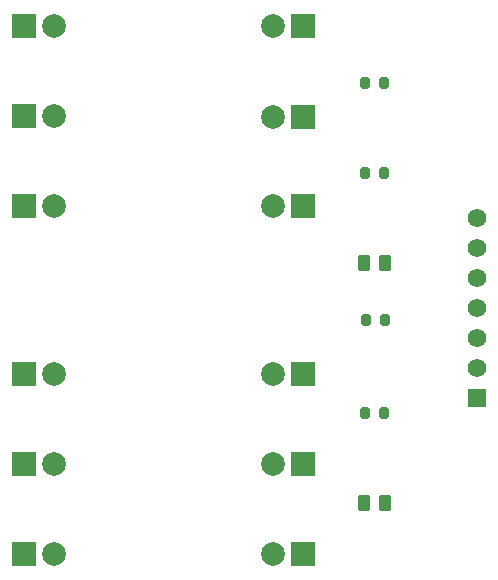
<source format=gts>
%TF.GenerationSoftware,KiCad,Pcbnew,8.0.2*%
%TF.CreationDate,2024-05-24T11:04:59-04:00*%
%TF.ProjectId,Traffic_Light_PCBv02,54726166-6669-4635-9f4c-696768745f50,v02*%
%TF.SameCoordinates,Original*%
%TF.FileFunction,Soldermask,Top*%
%TF.FilePolarity,Negative*%
%FSLAX46Y46*%
G04 Gerber Fmt 4.6, Leading zero omitted, Abs format (unit mm)*
G04 Created by KiCad (PCBNEW 8.0.2) date 2024-05-24 11:04:59*
%MOMM*%
%LPD*%
G01*
G04 APERTURE LIST*
G04 Aperture macros list*
%AMRoundRect*
0 Rectangle with rounded corners*
0 $1 Rounding radius*
0 $2 $3 $4 $5 $6 $7 $8 $9 X,Y pos of 4 corners*
0 Add a 4 corners polygon primitive as box body*
4,1,4,$2,$3,$4,$5,$6,$7,$8,$9,$2,$3,0*
0 Add four circle primitives for the rounded corners*
1,1,$1+$1,$2,$3*
1,1,$1+$1,$4,$5*
1,1,$1+$1,$6,$7*
1,1,$1+$1,$8,$9*
0 Add four rect primitives between the rounded corners*
20,1,$1+$1,$2,$3,$4,$5,0*
20,1,$1+$1,$4,$5,$6,$7,0*
20,1,$1+$1,$6,$7,$8,$9,0*
20,1,$1+$1,$8,$9,$2,$3,0*%
G04 Aperture macros list end*
%ADD10R,2.000000X2.000000*%
%ADD11C,2.000000*%
%ADD12RoundRect,0.200000X0.200000X0.275000X-0.200000X0.275000X-0.200000X-0.275000X0.200000X-0.275000X0*%
%ADD13RoundRect,0.250000X0.262500X0.450000X-0.262500X0.450000X-0.262500X-0.450000X0.262500X-0.450000X0*%
%ADD14R,1.574800X1.574800*%
%ADD15C,1.574800*%
G04 APERTURE END LIST*
D10*
%TO.C,D3*%
X119888000Y-83312000D03*
D11*
X122428000Y-83312000D03*
%TD*%
D12*
%TO.C,R2*%
X150431000Y-80518000D03*
X148781000Y-80518000D03*
%TD*%
D10*
%TO.C,D5*%
X143510000Y-75722000D03*
D11*
X140970000Y-75722000D03*
%TD*%
D10*
%TO.C,D6*%
X143510000Y-83312000D03*
D11*
X140970000Y-83312000D03*
%TD*%
D10*
%TO.C,D10*%
X143510000Y-97536000D03*
D11*
X140970000Y-97536000D03*
%TD*%
D10*
%TO.C,D4*%
X143510000Y-68072000D03*
D11*
X140970000Y-68072000D03*
%TD*%
D13*
%TO.C,R3*%
X150518500Y-88138000D03*
X148693500Y-88138000D03*
%TD*%
%TO.C,R6*%
X150518500Y-108458000D03*
X148693500Y-108458000D03*
%TD*%
D10*
%TO.C,D2*%
X119888000Y-75692000D03*
D11*
X122428000Y-75692000D03*
%TD*%
D12*
%TO.C,R4*%
X150494000Y-92964000D03*
X148844000Y-92964000D03*
%TD*%
D10*
%TO.C,D9*%
X119888000Y-112776000D03*
D11*
X122428000Y-112776000D03*
%TD*%
D10*
%TO.C,D12*%
X143510000Y-112776000D03*
D11*
X140970000Y-112776000D03*
%TD*%
D10*
%TO.C,D11*%
X143510000Y-105156000D03*
D11*
X140970000Y-105156000D03*
%TD*%
D10*
%TO.C,D1*%
X119888000Y-68012000D03*
D11*
X122428000Y-68012000D03*
%TD*%
D12*
%TO.C,R1*%
X150431000Y-72898000D03*
X148781000Y-72898000D03*
%TD*%
D10*
%TO.C,D7*%
X119888000Y-97536000D03*
D11*
X122428000Y-97536000D03*
%TD*%
D10*
%TO.C,D8*%
X119888000Y-105156000D03*
D11*
X122428000Y-105156000D03*
%TD*%
D14*
%TO.C,J1*%
X158242000Y-99568000D03*
D15*
X158242000Y-97028000D03*
X158242000Y-94488000D03*
X158242000Y-91948000D03*
X158242000Y-89408000D03*
X158242000Y-86868000D03*
X158242000Y-84328000D03*
%TD*%
D12*
%TO.C,R5*%
X150431000Y-100838000D03*
X148781000Y-100838000D03*
%TD*%
M02*

</source>
